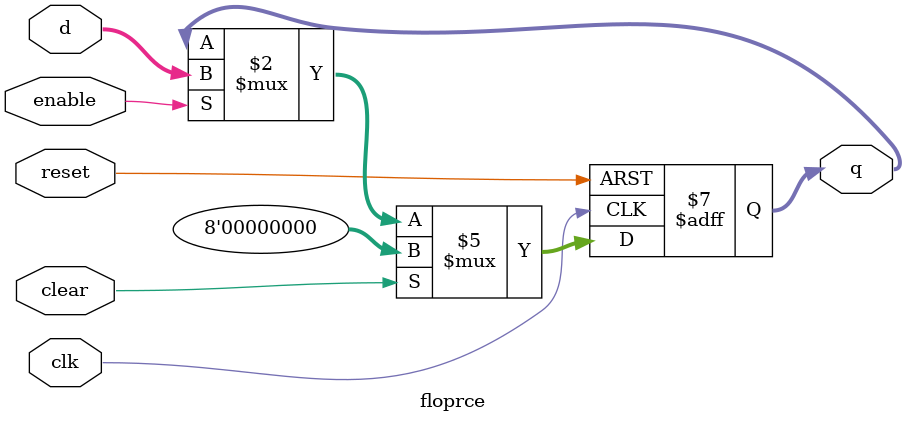
<source format=sv>
module floprce #(parameter WIDTH = 8)
					(input logic clk, reset, clear, enable,
					 input logic  [WIDTH - 1 : 0] d,
					 output logic [WIDTH - 1 : 0] q);

	//Asynchronous reset, synchronous clear / enable.
	always_ff @(posedge clk, posedge reset)
		if (reset) q <= 0;
		else if (clear) q <= 0;
		else if (enable) q <= d;

endmodule

</source>
